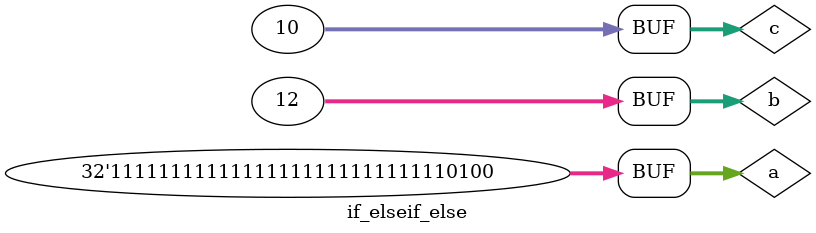
<source format=sv>
module if_elseif_else;
int a , b,c ;
initial begin 
 a = -12;
 b = 12;
 c = 10;
 
 if (a>0) //false conditon 
 begin 
 $display ("Entered into if block ");
 $display ("a is a negative number");
 end 
 else if (a==0) begin  // false condition  
   $display ("Entered into first elseif block ");
   $display ("a is a negative number ");
 end 
   else if (b<c)begin // false condition
     $display ("Entered into second elseif block ");
     $display ("b is less than c ");
   end 
   else begin 
     $display ("None of the conditon is true in if-elseif blocks ");
  
   end 
   $display ("Out of the conditional block ");
 end 
 endmodule 

</source>
